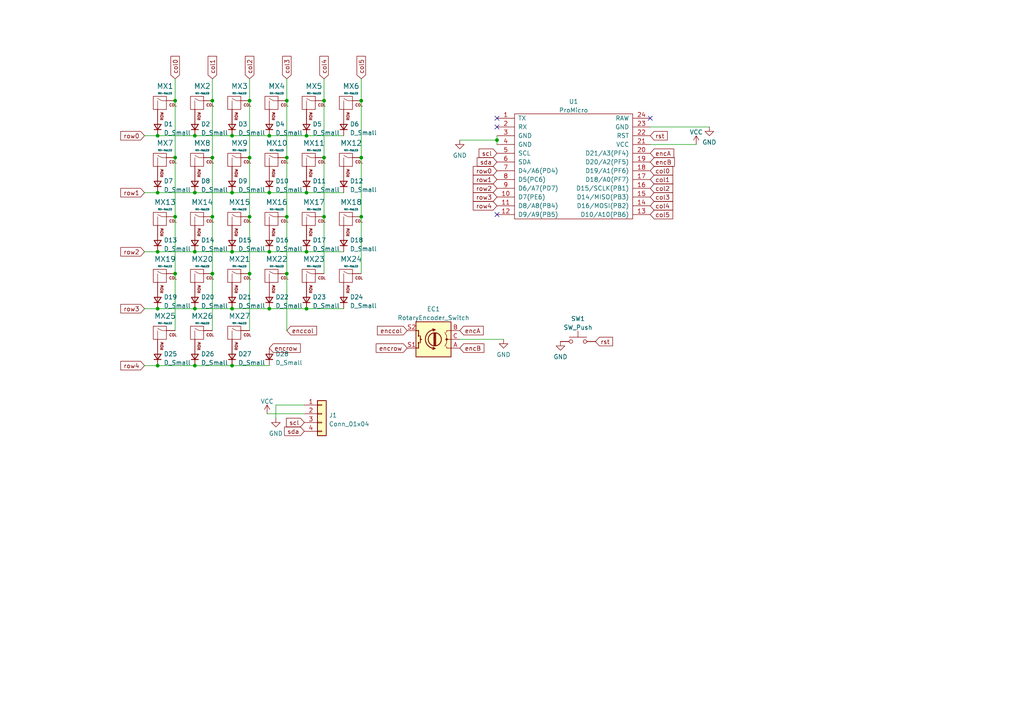
<source format=kicad_sch>
(kicad_sch (version 20211123) (generator eeschema)
  (paper "A4")
  (lib_symbols
    (symbol "Connector_Generic:Conn_01x04" (pin_names (offset 1.016) hide)
      (property "Reference" "J" (at 0 5.08 0))
      (property "Value" "Conn_01x04" (at 0 -7.62 0))
      (symbol "Conn_01x04_1_1"
        (rectangle (start -1.27 -4.953) (end 0 -5.207) (stroke (width 0.1524)))
        (rectangle (start -1.27 -2.413) (end 0 -2.667) (stroke (width 0.1524)))
        (rectangle (start -1.27 0.127) (end 0 -0.127) (stroke (width 0.1524)))
        (rectangle (start -1.27 2.667) (end 0 2.413) (stroke (width 0.1524)))
        (rectangle (start -1.27 3.81) (end 1.27 -6.35) (stroke (width 0.254)) (fill (type background)))
        (pin passive line (at -5.08 2.54 0) (length 3.81) (name "Pin_1") (number "1"))
        (pin passive line (at -5.08 0 0) (length 3.81) (name "Pin_2") (number "2"))
        (pin passive line (at -5.08 -2.54 0) (length 3.81) (name "Pin_3") (number "3"))
        (pin passive line (at -5.08 -5.08 0) (length 3.81) (name "Pin_4") (number "4"))
      )
    )
    (symbol "Device:D_Small" (pin_numbers hide) (pin_names (offset 0.254) hide)
      (property "Reference" "D" (at -1.27 2.032 0))
      (property "Value" "D_Small" (at -3.81 -2.032 0))
      (symbol "D_Small_0_1"
        (polyline (pts (xy -0.762 -1.016) (xy -0.762 1.016)) (stroke (width 0.254)))
        (polyline (pts (xy -0.762 0) (xy 0.762 0)))
        (polyline (pts (xy 0.762 -1.016) (xy -0.762 0) (xy 0.762 1.016) (xy 0.762 -1.016)) (stroke (width 0.254)))
      )
      (symbol "D_Small_1_1"
        (pin passive line (at -2.54 0 0) (length 1.778) (name "K") (number "1"))
        (pin passive line (at 2.54 0 180) (length 1.778) (name "A") (number "2"))
      )
    )
    (symbol "Device:RotaryEncoder_Switch" (pin_names (offset 0.254) hide)
      (property "Reference" "SW" (at 0 6.604 0))
      (property "Value" "RotaryEncoder_Switch" (at 0 -6.604 0))
      (symbol "RotaryEncoder_Switch_0_1"
        (rectangle (start -5.08 5.08) (end 5.08 -5.08) (stroke (width 0.254)) (fill (type background)))
        (circle (center -3.81 0) (radius 0.254) (fill (type outline)))
        (arc (start -0.381 -2.794) (mid 2.3622 -0.0508) (end -0.381 2.667) (stroke (width 0.254)))
        (circle (center -0.381 0) (radius 1.905) (stroke (width 0.254)))
        (polyline (pts (xy -0.635 -1.778) (xy -0.635 1.778)) (stroke (width 0.254)))
        (polyline (pts (xy -0.381 -1.778) (xy -0.381 1.778)) (stroke (width 0.254)))
        (polyline (pts (xy -0.127 1.778) (xy -0.127 -1.778)) (stroke (width 0.254)))
        (polyline (pts (xy 3.81 0) (xy 3.429 0)) (stroke (width 0.254)))
        (polyline (pts (xy 3.81 1.016) (xy 3.81 -1.016)) (stroke (width 0.254)))
        (polyline (pts (xy -5.08 -2.54) (xy -3.81 -2.54) (xy -3.81 -2.032)))
        (polyline (pts (xy -5.08 2.54) (xy -3.81 2.54) (xy -3.81 2.032)))
        (polyline (pts (xy 0.254 -3.048) (xy -0.508 -2.794) (xy 0.127 -2.413)) (stroke (width 0.254)))
        (polyline (pts (xy 0.254 2.921) (xy -0.508 2.667) (xy 0.127 2.286)) (stroke (width 0.254)))
        (polyline (pts (xy 5.08 -2.54) (xy 4.318 -2.54) (xy 4.318 -1.016)) (stroke (width 0.254)))
        (polyline (pts (xy 5.08 2.54) (xy 4.318 2.54) (xy 4.318 1.016)) (stroke (width 0.254)))
        (polyline (pts (xy -5.08 0) (xy -3.81 0) (xy -3.81 -1.016) (xy -3.302 -2.032)))
        (polyline (pts (xy -4.318 0) (xy -3.81 0) (xy -3.81 1.016) (xy -3.302 2.032)))
        (circle (center 4.318 -1.016) (radius 0.127) (stroke (width 0.254)))
        (circle (center 4.318 1.016) (radius 0.127) (stroke (width 0.254)))
      )
      (symbol "RotaryEncoder_Switch_1_1"
        (pin passive line (at -7.62 2.54 0) (length 2.54) (name "A") (number "A"))
        (pin passive line (at -7.62 -2.54 0) (length 2.54) (name "B") (number "B"))
        (pin passive line (at -7.62 0 0) (length 2.54) (name "C") (number "C"))
        (pin passive line (at 7.62 2.54 180) (length 2.54) (name "S1") (number "S1"))
        (pin passive line (at 7.62 -2.54 180) (length 2.54) (name "S2") (number "S2"))
      )
    )
    (symbol "MX_Alps_Hybrid:MX-NoLED" (pin_names (offset 1.016))
      (property "Reference" "MX" (at -0.635 3.81 0))
      (property "Value" "MX-NoLED" (at -0.635 1.27 0))
      (symbol "MX-NoLED_0_0"
        (rectangle (start -2.54 2.54) (end 1.27 -1.27))
        (polyline (pts (xy -1.27 -1.27) (xy -1.27 1.27)) (stroke (width 0.127)))
        (polyline (pts (xy 1.27 1.27) (xy 0 1.27) (xy -1.27 1.905)) (stroke (width 0.127)))
        (text "COL" (at 3.175 0 0) (effects (font (size 0.762 0.762))))
        (text "ROW" (at 0 -1.905 900) (effects (font (size 0.762 0.762)) (justify right)))
      )
      (symbol "MX-NoLED_1_1"
        (pin passive line (at 3.81 1.27 180) (length 2.54) (name "COL") (number "1"))
        (pin passive line (at -1.27 -3.81 90) (length 2.54) (name "ROW") (number "2"))
      )
    )
    (symbol "ProMicro:ProMicro" (pin_names (offset 1.016))
      (property "Reference" "U" (at 0 16.51 0))
      (property "Value" "ProMicro" (at 0 19.05 0))
      (symbol "ProMicro_0_1"
        (rectangle (start 17.78 -15.24) (end -16.51 15.24))
      )
      (symbol "ProMicro_1_1"
        (pin bidirectional line (at -21.59 13.97 0) (length 5.08) (name "TX") (number "1"))
        (pin bidirectional line (at -21.59 -8.89 0) (length 5.08) (name "D7(PE6)") (number "10"))
        (pin bidirectional line (at -21.59 -11.43 0) (length 5.08) (name "D8/A8(PB4)") (number "11"))
        (pin bidirectional line (at -21.59 -13.97 0) (length 5.08) (name "D9/A9(PB5)") (number "12"))
        (pin bidirectional line (at 22.86 -13.97 180) (length 5.08) (name "D10/A10(PB6)") (number "13"))
        (pin bidirectional line (at 22.86 -11.43 180) (length 5.08) (name "D16/MOSI(PB2)") (number "14"))
        (pin bidirectional line (at 22.86 -8.89 180) (length 5.08) (name "D14/MISO(PB3)") (number "15"))
        (pin bidirectional line (at 22.86 -6.35 180) (length 5.08) (name "D15/SCLK(PB1)") (number "16"))
        (pin bidirectional line (at 22.86 -3.81 180) (length 5.08) (name "D18/A0(PF7)") (number "17"))
        (pin bidirectional line (at 22.86 -1.27 180) (length 5.08) (name "D19/A1(PF6)") (number "18"))
        (pin bidirectional line (at 22.86 1.27 180) (length 5.08) (name "D20/A2(PF5)") (number "19"))
        (pin bidirectional line (at -21.59 11.43 0) (length 5.08) (name "RX") (number "2"))
        (pin bidirectional line (at 22.86 3.81 180) (length 5.08) (name "D21/A3(PF4)") (number "20"))
        (pin power_in line (at 22.86 6.35 180) (length 5.08) (name "VCC") (number "21"))
        (pin input line (at 22.86 8.89 180) (length 5.08) (name "RST") (number "22"))
        (pin power_in line (at 22.86 11.43 180) (length 5.08) (name "GND") (number "23"))
        (pin power_in line (at 22.86 13.97 180) (length 5.08) (name "RAW") (number "24"))
        (pin power_in line (at -21.59 8.89 0) (length 5.08) (name "GND") (number "3"))
        (pin power_in line (at -21.59 6.35 0) (length 5.08) (name "GND") (number "4"))
        (pin bidirectional line (at -21.59 3.81 0) (length 5.08) (name "SCL") (number "5"))
        (pin bidirectional line (at -21.59 1.27 0) (length 5.08) (name "SDA") (number "6"))
        (pin bidirectional line (at -21.59 -1.27 0) (length 5.08) (name "D4/A6(PD4)") (number "7"))
        (pin bidirectional line (at -21.59 -3.81 0) (length 5.08) (name "D5(PC6)") (number "8"))
        (pin bidirectional line (at -21.59 -6.35 0) (length 5.08) (name "D6/A7(PD7)") (number "9"))
      )
    )
    (symbol "Switch:SW_Push" (pin_numbers hide) (pin_names (offset 1.016) hide)
      (property "Reference" "SW" (at 1.27 2.54 0))
      (property "Value" "SW_Push" (at 0 -1.524 0))
      (symbol "SW_Push_0_1"
        (circle (center -2.032 0) (radius 0.508))
        (polyline (pts (xy 0 1.27) (xy 0 3.048)))
        (polyline (pts (xy 2.54 1.27) (xy -2.54 1.27)))
        (circle (center 2.032 0) (radius 0.508))
        (pin passive line (at -5.08 0 0) (length 2.54) (name "1") (number "1"))
        (pin passive line (at 5.08 0 180) (length 2.54) (name "2") (number "2"))
      )
    )
    (symbol "power:GND" (power) (pin_names (offset 0))
      (property "Value" "GND" (at 0 -3.81 0))
      (symbol "GND_0_1"
        (polyline (pts (xy 0 0) (xy 0 -1.27) (xy 1.27 -1.27) (xy 0 -2.54) (xy -1.27 -1.27) (xy 0 -1.27)))
      )
      (symbol "GND_1_1"
        (pin power_in line (at 0 0 270) (length 0) hide (name "GND") (number "1"))
      )
    )
    (symbol "power:VCC" (power) (pin_names (offset 0))
      (property "Value" "VCC" (at 0 3.81 0))
      (symbol "VCC_0_1"
        (polyline (pts (xy -0.762 1.27) (xy 0 2.54)))
        (polyline (pts (xy 0 0) (xy 0 2.54)))
        (polyline (pts (xy 0 2.54) (xy 0.762 1.27)))
      )
      (symbol "VCC_1_1"
        (pin power_in line (at 0 0 90) (length 0) hide (name "VCC") (number "1"))
      )
    )
  )
  (junction (at 67.31 106.045))
  (junction (at 50.8 29.21))
  (junction (at 72.39 79.375))
  (junction (at 72.39 62.865))
  (junction (at 45.72 73.025))
  (junction (at 88.9 55.88))
  (junction (at 67.31 39.37))
  (junction (at 50.8 62.865))
  (junction (at 83.185 62.865))
  (junction (at 72.39 45.72))
  (junction (at 78.105 55.88))
  (junction (at 45.72 106.045))
  (junction (at 104.775 45.72))
  (junction (at 72.39 29.21))
  (junction (at 104.775 29.21))
  (junction (at 78.105 39.37))
  (junction (at 50.8 45.72))
  (junction (at 78.105 73.025))
  (junction (at 88.9 39.37))
  (junction (at 67.31 73.025))
  (junction (at 56.515 106.045))
  (junction (at 50.8 79.375))
  (junction (at 61.595 79.375))
  (junction (at 45.72 39.37))
  (junction (at 61.595 45.72))
  (junction (at 45.72 89.535))
  (junction (at 78.105 89.535))
  (junction (at 61.595 62.865))
  (junction (at 67.31 55.88))
  (junction (at 83.185 79.375))
  (junction (at 83.185 29.21))
  (junction (at 93.98 45.72))
  (junction (at 56.515 89.535))
  (junction (at 56.515 55.88))
  (junction (at 45.72 55.88))
  (junction (at 56.515 39.37))
  (junction (at 144.145 40.64))
  (junction (at 67.31 89.535))
  (junction (at 61.595 29.21))
  (junction (at 56.515 73.025))
  (junction (at 104.775 62.865))
  (junction (at 88.9 73.025))
  (junction (at 93.98 62.865))
  (junction (at 88.9 89.535))
  (junction (at 93.98 29.21))
  (junction (at 83.185 45.72))
  (no_connect (at 144.145 62.23))
  (no_connect (at 144.145 34.29))
  (no_connect (at 144.145 36.83))
  (no_connect (at 188.595 34.29))
  (wire (pts (xy 88.9 39.37) (xy 99.695 39.37)))
  (wire (pts (xy 83.185 29.21) (xy 83.185 45.72)))
  (wire (pts (xy 56.515 39.37) (xy 67.31 39.37)))
  (wire (pts (xy 50.8 22.86) (xy 50.8 29.21)))
  (wire (pts (xy 78.105 73.025) (xy 88.9 73.025)))
  (wire (pts (xy 93.98 29.21) (xy 93.98 45.72)))
  (wire (pts (xy 67.31 106.045) (xy 78.105 106.045)))
  (wire (pts (xy 67.31 55.88) (xy 78.105 55.88)))
  (wire (pts (xy 41.91 89.535) (xy 45.72 89.535)))
  (wire (pts (xy 45.72 39.37) (xy 56.515 39.37)))
  (wire (pts (xy 93.98 45.72) (xy 93.98 62.865)))
  (wire (pts (xy 83.185 22.86) (xy 83.185 29.21)))
  (wire (pts (xy 144.145 40.64) (xy 144.145 41.91)))
  (wire (pts (xy 72.39 62.865) (xy 72.39 79.375)))
  (wire (pts (xy 88.9 89.535) (xy 99.695 89.535)))
  (wire (pts (xy 61.595 79.375) (xy 61.595 95.885)))
  (wire (pts (xy 188.595 41.91) (xy 201.93 41.91)))
  (wire (pts (xy 72.39 22.86) (xy 72.39 29.21)))
  (wire (pts (xy 56.515 55.88) (xy 67.31 55.88)))
  (wire (pts (xy 45.72 106.045) (xy 56.515 106.045)))
  (wire (pts (xy 133.35 40.64) (xy 144.145 40.64)))
  (wire (pts (xy 67.31 39.37) (xy 78.105 39.37)))
  (wire (pts (xy 61.595 45.72) (xy 61.595 62.865)))
  (wire (pts (xy 104.775 62.865) (xy 104.775 79.375)))
  (wire (pts (xy 50.8 62.865) (xy 50.8 79.375)))
  (wire (pts (xy 50.8 29.21) (xy 50.8 45.72)))
  (wire (pts (xy 88.265 117.475) (xy 80.01 117.475)))
  (wire (pts (xy 41.91 73.025) (xy 45.72 73.025)))
  (wire (pts (xy 93.98 22.86) (xy 93.98 29.21)))
  (wire (pts (xy 78.105 39.37) (xy 88.9 39.37)))
  (wire (pts (xy 56.515 73.025) (xy 67.31 73.025)))
  (wire (pts (xy 77.47 120.015) (xy 88.265 120.015)))
  (wire (pts (xy 188.595 36.83) (xy 205.74 36.83)))
  (wire (pts (xy 104.775 45.72) (xy 104.775 62.865)))
  (wire (pts (xy 45.72 89.535) (xy 56.515 89.535)))
  (wire (pts (xy 144.145 39.37) (xy 144.145 40.64)))
  (wire (pts (xy 56.515 89.535) (xy 67.31 89.535)))
  (wire (pts (xy 56.515 106.045) (xy 67.31 106.045)))
  (wire (pts (xy 80.01 117.475) (xy 80.01 121.285)))
  (wire (pts (xy 50.8 45.72) (xy 50.8 62.865)))
  (wire (pts (xy 83.185 45.72) (xy 83.185 62.865)))
  (wire (pts (xy 72.39 29.21) (xy 72.39 45.72)))
  (wire (pts (xy 104.775 22.86) (xy 104.775 29.21)))
  (wire (pts (xy 78.105 55.88) (xy 88.9 55.88)))
  (wire (pts (xy 83.185 62.865) (xy 83.185 79.375)))
  (wire (pts (xy 88.9 55.88) (xy 99.695 55.88)))
  (wire (pts (xy 41.91 55.88) (xy 45.72 55.88)))
  (wire (pts (xy 93.98 62.865) (xy 93.98 79.375)))
  (wire (pts (xy 83.185 79.375) (xy 83.185 95.885)))
  (wire (pts (xy 88.9 73.025) (xy 99.695 73.025)))
  (wire (pts (xy 61.595 62.865) (xy 61.595 79.375)))
  (wire (pts (xy 50.8 79.375) (xy 50.8 95.885)))
  (wire (pts (xy 67.31 89.535) (xy 78.105 89.535)))
  (wire (pts (xy 67.31 73.025) (xy 78.105 73.025)))
  (wire (pts (xy 61.595 29.21) (xy 61.595 45.72)))
  (wire (pts (xy 41.91 106.045) (xy 45.72 106.045)))
  (wire (pts (xy 72.39 79.375) (xy 72.39 95.885)))
  (wire (pts (xy 133.35 98.425) (xy 146.05 98.425)))
  (wire (pts (xy 72.39 45.72) (xy 72.39 62.865)))
  (wire (pts (xy 78.105 89.535) (xy 88.9 89.535)))
  (wire (pts (xy 61.595 22.86) (xy 61.595 29.21)))
  (wire (pts (xy 45.72 55.88) (xy 56.515 55.88)))
  (wire (pts (xy 41.91 39.37) (xy 45.72 39.37)))
  (wire (pts (xy 104.775 29.21) (xy 104.775 45.72)))
  (wire (pts (xy 45.72 73.025) (xy 56.515 73.025)))
  (global_label "enccol" (shape input) (at 83.185 95.885 0) (property "Intersheet References" "${INTERSHEET_REFS}" (effects hide)))
  (global_label "col0" (shape input) (at 50.8 22.86 90) (property "Intersheet References" "${INTERSHEET_REFS}" (effects hide)))
  (global_label "col0" (shape input) (at 188.595 49.53 0) (property "Intersheet References" "${INTERSHEET_REFS}" (effects hide)))
  (global_label "rst" (shape input) (at 188.595 39.37 0) (property "Intersheet References" "${INTERSHEET_REFS}" (effects hide)))
  (global_label "encA" (shape input) (at 133.35 95.885 0) (property "Intersheet References" "${INTERSHEET_REFS}" (effects hide)))
  (global_label "col4" (shape input) (at 93.98 22.86 90) (property "Intersheet References" "${INTERSHEET_REFS}" (effects hide)))
  (global_label "row0" (shape input) (at 41.91 39.37 180) (property "Intersheet References" "${INTERSHEET_REFS}" (effects hide)))
  (global_label "row3" (shape input) (at 41.91 89.535 180) (property "Intersheet References" "${INTERSHEET_REFS}" (effects hide)))
  (global_label "col5" (shape input) (at 188.595 62.23 0) (property "Intersheet References" "${INTERSHEET_REFS}" (effects hide)))
  (global_label "col3" (shape input) (at 188.595 57.15 0) (property "Intersheet References" "${INTERSHEET_REFS}" (effects hide)))
  (global_label "encB" (shape input) (at 133.35 100.965 0) (property "Intersheet References" "${INTERSHEET_REFS}" (effects hide)))
  (global_label "col4" (shape input) (at 188.595 59.69 0) (property "Intersheet References" "${INTERSHEET_REFS}" (effects hide)))
  (global_label "scl" (shape input) (at 144.145 44.45 180) (property "Intersheet References" "${INTERSHEET_REFS}" (effects hide)))
  (global_label "encrow" (shape input) (at 78.105 100.965 0) (property "Intersheet References" "${INTERSHEET_REFS}" (effects hide)))
  (global_label "row1" (shape input) (at 41.91 55.88 180) (property "Intersheet References" "${INTERSHEET_REFS}" (effects hide)))
  (global_label "rst" (shape input) (at 172.72 99.06 0) (property "Intersheet References" "${INTERSHEET_REFS}" (effects hide)))
  (global_label "row1" (shape input) (at 144.145 52.07 180) (property "Intersheet References" "${INTERSHEET_REFS}" (effects hide)))
  (global_label "row2" (shape input) (at 41.91 73.025 180) (property "Intersheet References" "${INTERSHEET_REFS}" (effects hide)))
  (global_label "row0" (shape input) (at 144.145 49.53 180) (property "Intersheet References" "${INTERSHEET_REFS}" (effects hide)))
  (global_label "row2" (shape input) (at 144.145 54.61 180) (property "Intersheet References" "${INTERSHEET_REFS}" (effects hide)))
  (global_label "enccol" (shape input) (at 118.11 95.885 180) (property "Intersheet References" "${INTERSHEET_REFS}" (effects hide)))
  (global_label "row4" (shape input) (at 41.91 106.045 180) (property "Intersheet References" "${INTERSHEET_REFS}" (effects hide)))
  (global_label "col2" (shape input) (at 72.39 22.86 90) (property "Intersheet References" "${INTERSHEET_REFS}" (effects hide)))
  (global_label "col3" (shape input) (at 83.185 22.86 90) (property "Intersheet References" "${INTERSHEET_REFS}" (effects hide)))
  (global_label "sda" (shape input) (at 144.145 46.99 180) (property "Intersheet References" "${INTERSHEET_REFS}" (effects hide)))
  (global_label "col1" (shape input) (at 61.595 22.86 90) (property "Intersheet References" "${INTERSHEET_REFS}" (effects hide)))
  (global_label "scl" (shape input) (at 88.265 122.555 180) (property "Intersheet References" "${INTERSHEET_REFS}" (effects hide)))
  (global_label "encA" (shape input) (at 188.595 44.45 0) (property "Intersheet References" "${INTERSHEET_REFS}" (effects hide)))
  (global_label "encB" (shape input) (at 188.595 46.99 0) (property "Intersheet References" "${INTERSHEET_REFS}" (effects hide)))
  (global_label "row3" (shape input) (at 144.145 57.15 180) (property "Intersheet References" "${INTERSHEET_REFS}" (effects hide)))
  (global_label "sda" (shape input) (at 88.265 125.095 180) (property "Intersheet References" "${INTERSHEET_REFS}" (effects hide)))
  (global_label "col2" (shape input) (at 188.595 54.61 0) (property "Intersheet References" "${INTERSHEET_REFS}" (effects hide)))
  (global_label "col5" (shape input) (at 104.775 22.86 90) (property "Intersheet References" "${INTERSHEET_REFS}" (effects hide)))
  (global_label "row4" (shape input) (at 144.145 59.69 180) (property "Intersheet References" "${INTERSHEET_REFS}" (effects hide)))
  (global_label "encrow" (shape input) (at 118.11 100.965 180) (property "Intersheet References" "${INTERSHEET_REFS}" (effects hide)))
  (global_label "col1" (shape input) (at 188.595 52.07 0) (property "Intersheet References" "${INTERSHEET_REFS}" (effects hide)))
  (symbol (lib_id "Device:D_Small") (at 78.105 103.505 90) (unit 1)
    (property "Reference" "D28" (at 79.883 102.6703 90) (effects (justify right)))
    (property "Value" "D_Small" (at 79.883 105.2072 90) (effects (justify right)))
    (property "Footprint" "hannah_montana:diode" (effects hide))
  )
  (symbol (lib_id "Device:D_Small") (at 45.72 70.485 90) (unit 1)
    (property "Reference" "D13" (at 47.498 69.6503 90) (effects (justify right)))
    (property "Value" "D_Small" (at 47.498 72.1872 90) (effects (justify right)))
    (property "Footprint" "hannah_montana:diode" (effects hide))
  )
  (symbol (lib_id "MX_Alps_Hybrid:MX-NoLED") (at 79.375 64.135 0) (unit 1)
    (property "Reference" "MX16" (at 80.2606 58.6433 0) (effects (font (size 1.524 1.524))))
    (property "Value" "MX-NoLED" (at 80.2606 60.7235 0) (effects (font (size 0.508 0.508))))
    (property "Footprint" "hannah_montana:1u" (effects hide))
  )
  (symbol (lib_id "MX_Alps_Hybrid:MX-NoLED") (at 46.99 30.48 0) (unit 1)
    (property "Reference" "MX1" (at 47.8756 24.9883 0) (effects (font (size 1.524 1.524))))
    (property "Value" "MX-NoLED" (at 47.8756 27.0685 0) (effects (font (size 0.508 0.508))))
    (property "Footprint" "hannah_montana:1u" (effects hide))
  )
  (symbol (lib_id "Connector_Generic:Conn_01x04") (at 93.345 120.015 0) (unit 1)
    (property "Reference" "J1" (at 95.377 120.4503 0) (effects (justify left)))
    (property "Value" "Conn_01x04" (at 95.377 122.9872 0) (effects (justify left)))
    (property "Footprint" "hannah_montana:oled" (effects hide))
  )
  (symbol (lib_id "Device:D_Small") (at 67.31 103.505 90) (unit 1)
    (property "Reference" "D27" (at 69.088 102.6703 90) (effects (justify right)))
    (property "Value" "D_Small" (at 69.088 105.2072 90) (effects (justify right)))
    (property "Footprint" "hannah_montana:diode" (effects hide))
  )
  (symbol (lib_id "MX_Alps_Hybrid:MX-NoLED") (at 100.965 64.135 0) (unit 1)
    (property "Reference" "MX18" (at 101.8506 58.6433 0) (effects (font (size 1.524 1.524))))
    (property "Value" "MX-NoLED" (at 101.8506 60.7235 0) (effects (font (size 0.508 0.508))))
    (property "Footprint" "hannah_montana:1u" (effects hide))
  )
  (symbol (lib_id "MX_Alps_Hybrid:MX-NoLED") (at 68.58 30.48 0) (unit 1)
    (property "Reference" "MX3" (at 69.4656 24.9883 0) (effects (font (size 1.524 1.524))))
    (property "Value" "MX-NoLED" (at 69.4656 27.0685 0) (effects (font (size 0.508 0.508))))
    (property "Footprint" "hannah_montana:1u" (effects hide))
  )
  (symbol (lib_id "Device:D_Small") (at 88.9 53.34 90) (unit 1)
    (property "Reference" "D11" (at 90.678 52.5053 90) (effects (justify right)))
    (property "Value" "D_Small" (at 90.678 55.0422 90) (effects (justify right)))
    (property "Footprint" "hannah_montana:diode" (effects hide))
  )
  (symbol (lib_id "Device:D_Small") (at 78.105 70.485 90) (unit 1)
    (property "Reference" "D16" (at 79.883 69.6503 90) (effects (justify right)))
    (property "Value" "D_Small" (at 79.883 72.1872 90) (effects (justify right)))
    (property "Footprint" "hannah_montana:diode" (effects hide))
  )
  (symbol (lib_id "MX_Alps_Hybrid:MX-NoLED") (at 46.99 46.99 0) (unit 1)
    (property "Reference" "MX7" (at 47.8756 41.4983 0) (effects (font (size 1.524 1.524))))
    (property "Value" "MX-NoLED" (at 47.8756 43.5785 0) (effects (font (size 0.508 0.508))))
    (property "Footprint" "hannah_montana:1u" (effects hide))
  )
  (symbol (lib_id "MX_Alps_Hybrid:MX-NoLED") (at 90.17 64.135 0) (unit 1)
    (property "Reference" "MX17" (at 91.0556 58.6433 0) (effects (font (size 1.524 1.524))))
    (property "Value" "MX-NoLED" (at 91.0556 60.7235 0) (effects (font (size 0.508 0.508))))
    (property "Footprint" "hannah_montana:1u" (effects hide))
  )
  (symbol (lib_id "Device:D_Small") (at 88.9 36.83 90) (unit 1)
    (property "Reference" "D5" (at 90.678 35.9953 90) (effects (justify right)))
    (property "Value" "D_Small" (at 90.678 38.5322 90) (effects (justify right)))
    (property "Footprint" "hannah_montana:diode" (effects hide))
  )
  (symbol (lib_id "MX_Alps_Hybrid:MX-NoLED") (at 90.17 80.645 0) (unit 1)
    (property "Reference" "MX23" (at 91.0556 75.1533 0) (effects (font (size 1.524 1.524))))
    (property "Value" "MX-NoLED" (at 91.0556 77.2335 0) (effects (font (size 0.508 0.508))))
    (property "Footprint" "hannah_montana:2u" (effects hide))
  )
  (symbol (lib_id "MX_Alps_Hybrid:MX-NoLED") (at 46.99 80.645 0) (unit 1)
    (property "Reference" "MX19" (at 47.8756 75.1533 0) (effects (font (size 1.524 1.524))))
    (property "Value" "MX-NoLED" (at 47.8756 77.2335 0) (effects (font (size 0.508 0.508))))
    (property "Footprint" "hannah_montana:1u" (effects hide))
  )
  (symbol (lib_id "Device:D_Small") (at 67.31 86.995 90) (unit 1)
    (property "Reference" "D21" (at 69.088 86.1603 90) (effects (justify right)))
    (property "Value" "D_Small" (at 69.088 88.6972 90) (effects (justify right)))
    (property "Footprint" "hannah_montana:diode" (effects hide))
  )
  (symbol (lib_id "power:VCC") (at 201.93 41.91 0) (unit 1)
    (property "Reference" "#PWR0104" (effects hide))
    (property "Value" "VCC" (at 201.93 38.3342 0))
  )
  (symbol (lib_id "Device:D_Small") (at 56.515 36.83 90) (unit 1)
    (property "Reference" "D2" (at 58.293 35.9953 90) (effects (justify right)))
    (property "Value" "D_Small" (at 58.293 38.5322 90) (effects (justify right)))
    (property "Footprint" "hannah_montana:diode" (effects hide))
  )
  (symbol (lib_id "Device:D_Small") (at 99.695 70.485 90) (unit 1)
    (property "Reference" "D18" (at 101.473 69.6503 90) (effects (justify right)))
    (property "Value" "D_Small" (at 101.473 72.1872 90) (effects (justify right)))
    (property "Footprint" "hannah_montana:diode" (effects hide))
  )
  (symbol (lib_id "Device:D_Small") (at 56.515 86.995 90) (unit 1)
    (property "Reference" "D20" (at 58.293 86.1603 90) (effects (justify right)))
    (property "Value" "D_Small" (at 58.293 88.6972 90) (effects (justify right)))
    (property "Footprint" "hannah_montana:diode" (effects hide))
  )
  (symbol (lib_id "Device:D_Small") (at 45.72 103.505 90) (unit 1)
    (property "Reference" "D25" (at 47.498 102.6703 90) (effects (justify right)))
    (property "Value" "D_Small" (at 47.498 105.2072 90) (effects (justify right)))
    (property "Footprint" "hannah_montana:diode" (effects hide))
  )
  (symbol (lib_id "Device:D_Small") (at 67.31 36.83 90) (unit 1)
    (property "Reference" "D3" (at 69.088 35.9953 90) (effects (justify right)))
    (property "Value" "D_Small" (at 69.088 38.5322 90) (effects (justify right)))
    (property "Footprint" "hannah_montana:diode" (effects hide))
  )
  (symbol (lib_id "ProMicro:ProMicro") (at 165.735 48.26 0) (unit 1)
    (property "Reference" "U1" (at 166.37 29.4472 0))
    (property "Value" "ProMicro" (at 166.37 31.9841 0))
    (property "Footprint" "ProMicro:ProMicro" (effects hide))
  )
  (symbol (lib_id "MX_Alps_Hybrid:MX-NoLED") (at 57.785 64.135 0) (unit 1)
    (property "Reference" "MX14" (at 58.6706 58.6433 0) (effects (font (size 1.524 1.524))))
    (property "Value" "MX-NoLED" (at 58.6706 60.7235 0) (effects (font (size 0.508 0.508))))
    (property "Footprint" "hannah_montana:1u" (effects hide))
  )
  (symbol (lib_id "MX_Alps_Hybrid:MX-NoLED") (at 68.58 46.99 0) (unit 1)
    (property "Reference" "MX9" (at 69.4656 41.4983 0) (effects (font (size 1.524 1.524))))
    (property "Value" "MX-NoLED" (at 69.4656 43.5785 0) (effects (font (size 0.508 0.508))))
    (property "Footprint" "hannah_montana:1u" (effects hide))
  )
  (symbol (lib_id "Device:D_Small") (at 56.515 103.505 90) (unit 1)
    (property "Reference" "D26" (at 58.293 102.6703 90) (effects (justify right)))
    (property "Value" "D_Small" (at 58.293 105.2072 90) (effects (justify right)))
    (property "Footprint" "hannah_montana:diode" (effects hide))
  )
  (symbol (lib_id "power:GND") (at 146.05 98.425 0) (unit 1)
    (property "Reference" "#PWR0105" (effects hide))
    (property "Value" "GND" (at 146.05 102.8684 0))
  )
  (symbol (lib_id "MX_Alps_Hybrid:MX-NoLED") (at 68.58 80.645 0) (unit 1)
    (property "Reference" "MX21" (at 69.4656 75.1533 0) (effects (font (size 1.524 1.524))))
    (property "Value" "MX-NoLED" (at 69.4656 77.2335 0) (effects (font (size 0.508 0.508))))
    (property "Footprint" "hannah_montana:1u" (effects hide))
  )
  (symbol (lib_id "power:GND") (at 205.74 36.83 0) (unit 1)
    (property "Reference" "#PWR0103" (effects hide))
    (property "Value" "GND" (at 205.74 41.2734 0))
  )
  (symbol (lib_id "Device:D_Small") (at 78.105 86.995 90) (unit 1)
    (property "Reference" "D22" (at 79.883 86.1603 90) (effects (justify right)))
    (property "Value" "D_Small" (at 79.883 88.6972 90) (effects (justify right)))
    (property "Footprint" "hannah_montana:diode" (effects hide))
  )
  (symbol (lib_id "MX_Alps_Hybrid:MX-NoLED") (at 100.965 30.48 0) (unit 1)
    (property "Reference" "MX6" (at 101.8506 24.9883 0) (effects (font (size 1.524 1.524))))
    (property "Value" "MX-NoLED" (at 101.8506 27.0685 0) (effects (font (size 0.508 0.508))))
    (property "Footprint" "hannah_montana:1u" (effects hide))
  )
  (symbol (lib_id "MX_Alps_Hybrid:MX-NoLED") (at 57.785 46.99 0) (unit 1)
    (property "Reference" "MX8" (at 58.6706 41.4983 0) (effects (font (size 1.524 1.524))))
    (property "Value" "MX-NoLED" (at 58.6706 43.5785 0) (effects (font (size 0.508 0.508))))
    (property "Footprint" "hannah_montana:1u" (effects hide))
  )
  (symbol (lib_id "Device:D_Small") (at 88.9 70.485 90) (unit 1)
    (property "Reference" "D17" (at 90.678 69.6503 90) (effects (justify right)))
    (property "Value" "D_Small" (at 90.678 72.1872 90) (effects (justify right)))
    (property "Footprint" "hannah_montana:diode" (effects hide))
  )
  (symbol (lib_id "MX_Alps_Hybrid:MX-NoLED") (at 90.17 46.99 0) (unit 1)
    (property "Reference" "MX11" (at 91.0556 41.4983 0) (effects (font (size 1.524 1.524))))
    (property "Value" "MX-NoLED" (at 91.0556 43.5785 0) (effects (font (size 0.508 0.508))))
    (property "Footprint" "hannah_montana:1.25u" (effects hide))
  )
  (symbol (lib_id "Device:D_Small") (at 99.695 36.83 90) (unit 1)
    (property "Reference" "D6" (at 101.473 35.9953 90) (effects (justify right)))
    (property "Value" "D_Small" (at 101.473 38.5322 90) (effects (justify right)))
    (property "Footprint" "hannah_montana:diode" (effects hide))
  )
  (symbol (lib_id "MX_Alps_Hybrid:MX-NoLED") (at 79.375 46.99 0) (unit 1)
    (property "Reference" "MX10" (at 80.2606 41.4983 0) (effects (font (size 1.524 1.524))))
    (property "Value" "MX-NoLED" (at 80.2606 43.5785 0) (effects (font (size 0.508 0.508))))
    (property "Footprint" "hannah_montana:iso" (effects hide))
  )
  (symbol (lib_id "MX_Alps_Hybrid:MX-NoLED") (at 46.99 97.155 0) (unit 1)
    (property "Reference" "MX25" (at 47.8756 91.6633 0) (effects (font (size 1.524 1.524))))
    (property "Value" "MX-NoLED" (at 47.8756 93.7435 0) (effects (font (size 0.508 0.508))))
    (property "Footprint" "hannah_montana:1u" (effects hide))
  )
  (symbol (lib_id "Device:D_Small") (at 67.31 53.34 90) (unit 1)
    (property "Reference" "D9" (at 69.088 52.5053 90) (effects (justify right)))
    (property "Value" "D_Small" (at 69.088 55.0422 90) (effects (justify right)))
    (property "Footprint" "hannah_montana:diode" (effects hide))
  )
  (symbol (lib_id "MX_Alps_Hybrid:MX-NoLED") (at 46.99 64.135 0) (unit 1)
    (property "Reference" "MX13" (at 47.8756 58.6433 0) (effects (font (size 1.524 1.524))))
    (property "Value" "MX-NoLED" (at 47.8756 60.7235 0) (effects (font (size 0.508 0.508))))
    (property "Footprint" "hannah_montana:1u" (effects hide))
  )
  (symbol (lib_id "MX_Alps_Hybrid:MX-NoLED") (at 57.785 97.155 0) (unit 1)
    (property "Reference" "MX26" (at 58.6706 91.6633 0) (effects (font (size 1.524 1.524))))
    (property "Value" "MX-NoLED" (at 58.6706 93.7435 0) (effects (font (size 0.508 0.508))))
    (property "Footprint" "hannah_montana:1u" (effects hide))
  )
  (symbol (lib_id "MX_Alps_Hybrid:MX-NoLED") (at 100.965 80.645 0) (unit 1)
    (property "Reference" "MX24" (at 101.8506 75.1533 0) (effects (font (size 1.524 1.524))))
    (property "Value" "MX-NoLED" (at 101.8506 77.2335 0) (effects (font (size 0.508 0.508))))
    (property "Footprint" "hannah_montana:1u" (effects hide))
  )
  (symbol (lib_id "MX_Alps_Hybrid:MX-NoLED") (at 100.965 46.99 0) (unit 1)
    (property "Reference" "MX12" (at 101.8506 41.4983 0) (effects (font (size 1.524 1.524))))
    (property "Value" "MX-NoLED" (at 101.8506 43.5785 0) (effects (font (size 0.508 0.508))))
    (property "Footprint" "hannah_montana:1u" (effects hide))
  )
  (symbol (lib_id "Device:D_Small") (at 99.695 86.995 90) (unit 1)
    (property "Reference" "D24" (at 101.473 86.1603 90) (effects (justify right)))
    (property "Value" "D_Small" (at 101.473 88.6972 90) (effects (justify right)))
    (property "Footprint" "hannah_montana:diode" (effects hide))
  )
  (symbol (lib_id "Device:D_Small") (at 88.9 86.995 90) (unit 1)
    (property "Reference" "D23" (at 90.678 86.1603 90) (effects (justify right)))
    (property "Value" "D_Small" (at 90.678 88.6972 90) (effects (justify right)))
    (property "Footprint" "hannah_montana:diode" (effects hide))
  )
  (symbol (lib_id "MX_Alps_Hybrid:MX-NoLED") (at 57.785 30.48 0) (unit 1)
    (property "Reference" "MX2" (at 58.6706 24.9883 0) (effects (font (size 1.524 1.524))))
    (property "Value" "MX-NoLED" (at 58.6706 27.0685 0) (effects (font (size 0.508 0.508))))
    (property "Footprint" "hannah_montana:1u" (effects hide))
  )
  (symbol (lib_id "Device:D_Small") (at 45.72 53.34 90) (unit 1)
    (property "Reference" "D7" (at 47.498 52.5053 90) (effects (justify right)))
    (property "Value" "D_Small" (at 47.498 55.0422 90) (effects (justify right)))
    (property "Footprint" "hannah_montana:diode" (effects hide))
  )
  (symbol (lib_id "Device:D_Small") (at 45.72 86.995 90) (unit 1)
    (property "Reference" "D19" (at 47.498 86.1603 90) (effects (justify right)))
    (property "Value" "D_Small" (at 47.498 88.6972 90) (effects (justify right)))
    (property "Footprint" "hannah_montana:diode" (effects hide))
  )
  (symbol (lib_id "Switch:SW_Push") (at 167.64 99.06 0) (unit 1)
    (property "Reference" "SW1" (at 167.64 92.4392 0))
    (property "Value" "SW_Push" (at 167.64 94.9761 0))
    (property "Footprint" "hannah_montana:switch" (effects hide))
  )
  (symbol (lib_id "Device:D_Small") (at 78.105 53.34 90) (unit 1)
    (property "Reference" "D10" (at 79.883 52.5053 90) (effects (justify right)))
    (property "Value" "D_Small" (at 79.883 55.0422 90) (effects (justify right)))
    (property "Footprint" "hannah_montana:diode" (effects hide))
  )
  (symbol (lib_id "Device:D_Small") (at 67.31 70.485 90) (unit 1)
    (property "Reference" "D15" (at 69.088 69.6503 90) (effects (justify right)))
    (property "Value" "D_Small" (at 69.088 72.1872 90) (effects (justify right)))
    (property "Footprint" "hannah_montana:diode" (effects hide))
  )
  (symbol (lib_id "Device:D_Small") (at 56.515 70.485 90) (unit 1)
    (property "Reference" "D14" (at 58.293 69.6503 90) (effects (justify right)))
    (property "Value" "D_Small" (at 58.293 72.1872 90) (effects (justify right)))
    (property "Footprint" "hannah_montana:diode" (effects hide))
  )
  (symbol (lib_id "Device:D_Small") (at 99.695 53.34 90) (unit 1)
    (property "Reference" "D12" (at 101.473 52.5053 90) (effects (justify right)))
    (property "Value" "D_Small" (at 101.473 55.0422 90) (effects (justify right)))
    (property "Footprint" "hannah_montana:diode" (effects hide))
  )
  (symbol (lib_id "MX_Alps_Hybrid:MX-NoLED") (at 57.785 80.645 0) (unit 1)
    (property "Reference" "MX20" (at 58.6706 75.1533 0) (effects (font (size 1.524 1.524))))
    (property "Value" "MX-NoLED" (at 58.6706 77.2335 0) (effects (font (size 0.508 0.508))))
    (property "Footprint" "hannah_montana:1u" (effects hide))
  )
  (symbol (lib_id "MX_Alps_Hybrid:MX-NoLED") (at 68.58 97.155 0) (unit 1)
    (property "Reference" "MX27" (at 69.4656 91.6633 0) (effects (font (size 1.524 1.524))))
    (property "Value" "MX-NoLED" (at 69.4656 93.7435 0) (effects (font (size 0.508 0.508))))
    (property "Footprint" "hannah_montana:1u" (effects hide))
  )
  (symbol (lib_id "MX_Alps_Hybrid:MX-NoLED") (at 79.375 80.645 0) (unit 1)
    (property "Reference" "MX22" (at 80.2606 75.1533 0) (effects (font (size 1.524 1.524))))
    (property "Value" "MX-NoLED" (at 80.2606 77.2335 0) (effects (font (size 0.508 0.508))))
    (property "Footprint" "hannah_montana:1u" (effects hide))
  )
  (symbol (lib_id "power:GND") (at 80.01 121.285 0) (unit 1)
    (property "Reference" "#PWR0107" (effects hide))
    (property "Value" "GND" (at 80.01 125.7284 0))
  )
  (symbol (lib_id "Device:D_Small") (at 45.72 36.83 90) (unit 1)
    (property "Reference" "D1" (at 47.498 35.9953 90) (effects (justify right)))
    (property "Value" "D_Small" (at 47.498 38.5322 90) (effects (justify right)))
    (property "Footprint" "hannah_montana:diode" (effects hide))
  )
  (symbol (lib_id "power:GND") (at 133.35 40.64 0) (unit 1)
    (property "Reference" "#PWR0101" (effects hide))
    (property "Value" "GND" (at 133.35 45.0834 0))
  )
  (symbol (lib_id "power:VCC") (at 77.47 120.015 0) (unit 1)
    (property "Reference" "#PWR0106" (effects hide))
    (property "Value" "VCC" (at 77.47 116.4392 0))
  )
  (symbol (lib_id "MX_Alps_Hybrid:MX-NoLED") (at 68.58 64.135 0) (unit 1)
    (property "Reference" "MX15" (at 69.4656 58.6433 0) (effects (font (size 1.524 1.524))))
    (property "Value" "MX-NoLED" (at 69.4656 60.7235 0) (effects (font (size 0.508 0.508))))
    (property "Footprint" "hannah_montana:1u" (effects hide))
  )
  (symbol (lib_id "power:GND") (at 162.56 99.06 0) (unit 1)
    (property "Reference" "#PWR0102" (effects hide))
    (property "Value" "GND" (at 162.56 103.5034 0))
  )
  (symbol (lib_id "Device:D_Small") (at 78.105 36.83 90) (unit 1)
    (property "Reference" "D4" (at 79.883 35.9953 90) (effects (justify right)))
    (property "Value" "D_Small" (at 79.883 38.5322 90) (effects (justify right)))
    (property "Footprint" "hannah_montana:diode" (effects hide))
  )
  (symbol (lib_id "MX_Alps_Hybrid:MX-NoLED") (at 79.375 30.48 0) (unit 1)
    (property "Reference" "MX4" (at 80.2606 24.9883 0) (effects (font (size 1.524 1.524))))
    (property "Value" "MX-NoLED" (at 80.2606 27.0685 0) (effects (font (size 0.508 0.508))))
    (property "Footprint" "hannah_montana:1u" (effects hide))
  )
  (symbol (lib_id "Device:RotaryEncoder_Switch") (at 125.73 98.425 180) (unit 1)
    (property "Reference" "EC1" (at 125.73 89.6452 0))
    (property "Value" "RotaryEncoder_Switch" (at 125.73 92.1821 0))
    (property "Footprint" "hannah_montana:encoder" (effects hide))
  )
  (symbol (lib_id "Device:D_Small") (at 56.515 53.34 90) (unit 1)
    (property "Reference" "D8" (at 58.293 52.5053 90) (effects (justify right)))
    (property "Value" "D_Small" (at 58.293 55.0422 90) (effects (justify right)))
    (property "Footprint" "hannah_montana:diode" (effects hide))
  )
  (symbol (lib_id "MX_Alps_Hybrid:MX-NoLED") (at 90.17 30.48 0) (unit 1)
    (property "Reference" "MX5" (at 91.0556 24.9883 0) (effects (font (size 1.524 1.524))))
    (property "Value" "MX-NoLED" (at 91.0556 27.0685 0) (effects (font (size 0.508 0.508))))
    (property "Footprint" "hannah_montana:1u" (effects hide))
  )
)
</source>
